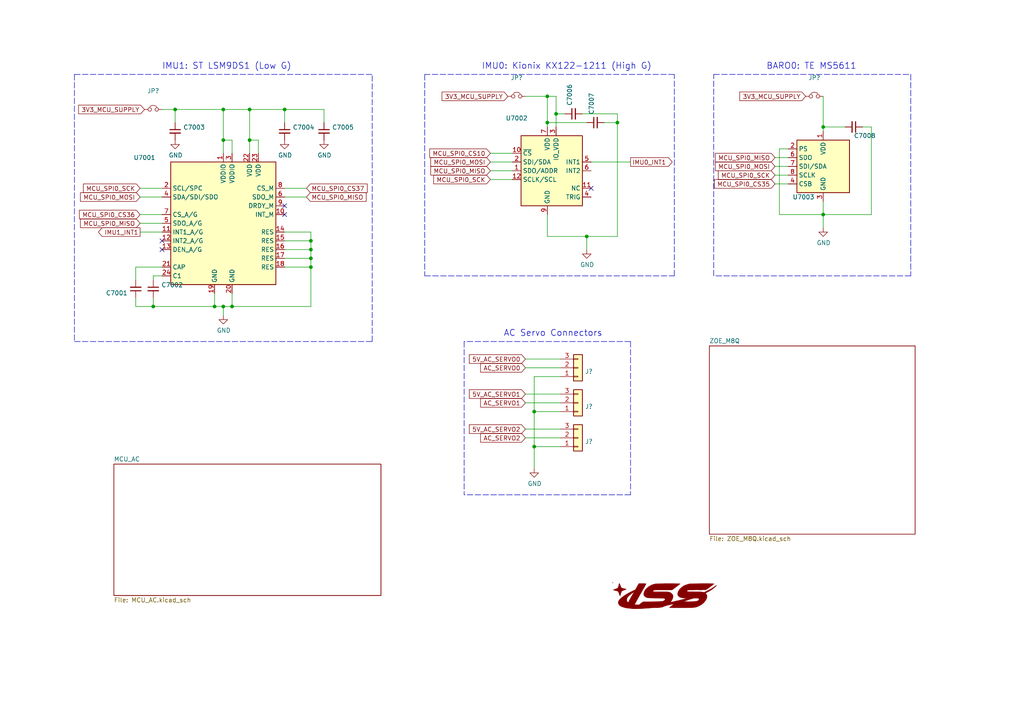
<source format=kicad_sch>
(kicad_sch (version 20211123) (generator eeschema)
  (paper "A4")
  (title_block (title "TARS-MK1") (company "ILLINOIS SPACE SOCIETY"))
  (lib_symbols
    (symbol "Connector_Generic:Conn_01x03" (pin_names (offset 1.016) hide)
      (property "Reference" "J" (at 0 5.08 0))
      (property "Value" "Conn_01x03" (at 0 -5.08 0))
      (symbol "Conn_01x03_1_1"
        (rectangle (start -1.27 -2.413) (end 0 -2.667) (stroke (width 0.1524)))
        (rectangle (start -1.27 0.127) (end 0 -0.127) (stroke (width 0.1524)))
        (rectangle (start -1.27 2.667) (end 0 2.413) (stroke (width 0.1524)))
        (rectangle (start -1.27 3.81) (end 1.27 -3.81) (stroke (width 0.254)) (fill (type background)))
        (pin passive line (at -5.08 2.54 0) (length 3.81) (name "Pin_1") (number "1"))
        (pin passive line (at -5.08 0 0) (length 3.81) (name "Pin_2") (number "2"))
        (pin passive line (at -5.08 -2.54 0) (length 3.81) (name "Pin_3") (number "3"))
      )
    )
    (symbol "Device:C_Small" (pin_numbers hide) (pin_names (offset 0.254) hide)
      (property "Reference" "C" (at 0.254 1.778 0))
      (property "Value" "C_Small" (at 0.254 -2.032 0))
      (symbol "C_Small_0_1"
        (polyline (pts (xy -1.524 -0.508) (xy 1.524 -0.508)) (stroke (width 0.3302)))
        (polyline (pts (xy -1.524 0.508) (xy 1.524 0.508)) (stroke (width 0.3048)))
      )
      (symbol "C_Small_1_1"
        (pin passive line (at 0 2.54 270) (length 2.032) (name "~") (number "1"))
        (pin passive line (at 0 -2.54 90) (length 2.032) (name "~") (number "2"))
      )
    )
    (symbol "ISS_LOGO:LOGO" (pin_names (offset 1.016))
      (symbol "LOGO_0_0"
        (polyline (pts (xy -15.2654 3.6322) (xy -15.2654 3.8354) (xy -15.2908 3.8608) (xy -15.3162 3.7338) (xy -15.3162 3.6068) (xy -15.2654 3.6322)) (stroke (width 0.0254)) (fill (type outline)))
        (polyline (pts (xy -13.081 0.2032) (xy -12.954 0.6096) (xy -12.8778 0.9144) (xy -12.7762 1.1176) (xy -12.6746 1.27) (xy -12.5476 1.3462) (xy -12.3698 1.4224) (xy -12.1158 1.524) (xy -11.7348 1.651) (xy -11.5316 1.7272) (xy -11.43 1.7526) (xy -11.43 1.778) (xy -11.5062 1.8542) (xy -11.684 1.9304) (xy -11.938 1.9812) (xy -12.2174 2.0574) (xy -12.5222 2.1082) (xy -12.7254 2.2098) (xy -12.8778 2.3368) (xy -12.9794 2.54) (xy -13.081 2.8448) (xy -13.1318 2.921) (xy -13.2334 3.2258) (xy -13.3858 3.5306) (xy -13.4112 3.5052) (xy -13.4874 3.3782) (xy -13.5382 3.1496) (xy -13.6906 2.54) (xy -13.7668 2.3114) (xy -13.8684 2.1844) (xy -13.9954 2.0828) (xy -14.1986 2.0066) (xy -14.478 1.905) (xy -14.605 1.8542) (xy -14.8844 1.7526) (xy -15.0876 1.651) (xy -15.1638 1.6002) (xy -15.1384 1.6002) (xy -15.0114 1.5494) (xy -14.7828 1.4732) (xy -14.4526 1.397) (xy -13.7668 1.2192) (xy -13.5636 0.762) (xy -13.4874 0.5588) (xy -13.3858 0.2794) (xy -13.2842 0.0508) (xy -13.1826 -0.2032) (xy -13.081 0.2032)) (stroke (width 0.0254)) (fill (type outline)))
        (polyline (pts (xy -8.0264 -3.8354) (xy -7.3152 -3.81) (xy -6.5786 -3.7846) (xy -5.8166 -3.7338) (xy -5.1054 -3.683) (xy -4.826 -3.6576) (xy -4.2418 -3.6068) (xy -3.6322 -3.5814) (xy -3.0988 -3.556) (xy -2.3368 -3.556) (xy -1.5494 -3.4798) (xy -0.889 -3.3528) (xy -0.3556 -3.1242) (xy -0.1778 -3.0734) (xy 0.127 -2.9718) (xy 0.508 -2.8702) (xy 0.9398 -2.7686) (xy 0.9906 -2.7432) (xy 1.5494 -2.6162) (xy 2.1844 -2.4892) (xy 2.3114 -2.4892) (xy 2.3114 -2.54) (xy 2.2352 -2.6162) (xy 2.0574 -2.7686) (xy 1.778 -2.9464) (xy 1.5748 -3.1242) (xy 1.3208 -3.3274) (xy 1.1684 -3.4544) (xy 1.1176 -3.5306) (xy 1.6256 -3.5306) (xy 2.0574 -3.556) (xy 6.2738 -3.556) (xy 6.9342 -3.5306) (xy 7.4676 -3.5306) (xy 7.9248 -3.5052) (xy 8.2804 -3.4798) (xy 8.5852 -3.429) (xy 8.8392 -3.3782) (xy 9.0678 -3.302) (xy 9.3218 -3.2258) (xy 9.5504 -3.0988) (xy 9.8298 -2.9718) (xy 10.0076 -2.8956) (xy 10.5664 -2.54) (xy 11.049 -2.1336) (xy 11.43 -1.6764) (xy 11.7602 -1.2192) (xy 11.938 -0.762) (xy 12.0396 -0.3302) (xy 11.9888 0.0762) (xy 11.811 0.4064) (xy 11.5824 0.6858) (xy 12.1158 0.9398) (xy 12.2682 1.016) (xy 13.0556 1.4732) (xy 13.7414 1.9558) (xy 14.3256 2.4384) (xy 14.605 2.7178) (xy 14.7574 2.8956) (xy 14.8082 2.9718) (xy 14.7828 2.9718) (xy 14.6558 2.8956) (xy 14.4272 2.7686) (xy 14.1478 2.5654) (xy 14.097 2.5146) (xy 13.7414 2.286) (xy 13.3096 2.0066) (xy 12.827 1.7272) (xy 12.3444 1.4986) (xy 11.2014 0.9144) (xy 10.7188 1.016) (xy 10.6172 1.016) (xy 10.3378 1.0414) (xy 9.906 1.0668) (xy 9.398 1.0922) (xy 8.2296 1.0922) (xy 7.8994 1.1176) (xy 6.9088 1.1176) (xy 6.5532 1.143) (xy 6.3246 1.143) (xy 6.223 1.1684) (xy 6.223 1.27) (xy 6.2992 1.4224) (xy 6.3754 1.4986) (xy 6.4516 1.5494) (xy 6.5532 1.5748) (xy 6.7056 1.5748) (xy 6.9596 1.6002) (xy 8.3312 1.6002) (xy 9.0678 1.6256) (xy 9.7536 1.6002) (xy 10.3378 1.6002) (xy 10.8204 1.6256) (xy 11.2014 1.6256) (xy 11.4808 1.651) (xy 11.7348 1.7018) (xy 11.938 1.778) (xy 12.1158 1.905) (xy 12.319 2.032) (xy 12.573 2.2352) (xy 13.081 2.6162) (xy 13.4112 2.8702) (xy 13.6652 3.048) (xy 13.8176 3.175) (xy 13.843 3.2004) (xy 13.9954 3.3274) (xy 14.0462 3.4036) (xy 14.0462 3.429) (xy 13.8938 3.429) (xy 13.6144 3.4544) (xy 13.208 3.4544) (xy 12.7254 3.4798) (xy 10.16 3.4798) (xy 9.4996 3.4544) (xy 8.8646 3.4544) (xy 8.255 3.429) (xy 7.747 3.429) (xy 7.3152 3.4036) (xy 6.985 3.3782) (xy 6.8072 3.3528) (xy 5.9944 3.1242) (xy 5.207 2.7686) (xy 4.572 2.3114) (xy 4.0386 1.778) (xy 3.683 1.1684) (xy 3.5306 0.762) (xy 3.4798 0.381) (xy 3.556 0.0762) (xy 3.7338 -0.1778) (xy 4.0132 -0.4064) (xy 4.3688 -0.5842) (xy 4.826 -0.6858) (xy 5.461 -0.762) (xy 6.2992 -0.8128) (xy 5.588 -0.9906) (xy 5.4102 -1.0414) (xy 5.08 -1.1176) (xy 4.6482 -1.2192) (xy 4.1656 -1.3462) (xy 3.6576 -1.4732) (xy 3.1496 -1.5748) (xy 2.6416 -1.7018) (xy 2.54 -1.7272) (xy 5.334 -1.7272) (xy 5.3594 -1.6764) (xy 5.461 -1.651) (xy 6.0706 -1.4478) (xy 6.7056 -1.2446) (xy 7.1882 -1.0668) (xy 7.5946 -0.9652) (xy 7.9248 -0.8636) (xy 8.1534 -0.8128) (xy 8.382 -0.7874) (xy 8.5598 -0.762) (xy 9.0678 -0.762) (xy 9.4488 -0.8128) (xy 9.652 -0.9398) (xy 9.7282 -1.0922) (xy 9.7028 -1.1938) (xy 9.5504 -1.397) (xy 9.2456 -1.5748) (xy 8.89 -1.6764) (xy 8.8646 -1.6764) (xy 8.6614 -1.7018) (xy 8.3058 -1.7272) (xy 7.8486 -1.7526) (xy 7.3406 -1.7526) (xy 6.7818 -1.778) (xy 6.223 -1.7526) (xy 5.5372 -1.7526) (xy 5.3848 -1.7272) (xy 5.334 -1.7272) (xy 2.54 -1.7272) (xy 2.2098 -1.8034) (xy 1.8542 -1.8796) (xy 1.6256 -1.9304) (xy 1.4986 -1.9304) (xy 1.4986 -1.905) (xy 1.6002 -1.7272) (xy 1.7272 -1.524) (xy 1.9304 -1.1684) (xy 2.1336 -0.6604) (xy 2.1844 -0.2032) (xy 2.0828 0.2286) (xy 1.8034 0.5588) (xy 1.397 0.8382) (xy 1.3208 0.889) (xy 1.0668 0.9906) (xy 0.9144 1.016) (xy 0.6858 1.0414) (xy 0.4064 1.0668) (xy -0.4826 1.0668) (xy -1.143 1.0922) (xy -3.048 1.0922) (xy -3.3274 1.1176) (xy -3.4544 1.1176) (xy -3.6068 1.143) (xy -3.6322 1.27) (xy -3.5052 1.4478) (xy -3.4544 1.4986) (xy -3.3782 1.524) (xy -3.2766 1.5494) (xy -3.0988 1.5748) (xy -2.8702 1.6002) (xy 1.8796 1.6002) (xy 2.54 2.0828) (xy 2.6162 2.159) (xy 3.3782 2.7178) (xy 3.7084 2.9718) (xy 3.7592 2.9972) (xy 3.9878 3.2004) (xy 4.1656 3.3274) (xy 4.2164 3.4036) (xy 4.2164 3.429) (xy 4.0894 3.429) (xy 3.81 3.4544) (xy 2.8956 3.4544) (xy 2.286 3.4798) (xy -0.1016 3.4798) (xy -0.889 3.4544) (xy -1.5494 3.4544) (xy -2.0828 3.429) (xy -2.54 3.4036) (xy -2.921 3.3782) (xy -3.2512 3.302) (xy -3.5052 3.2512) (xy -3.7846 3.1496) (xy -4.0386 3.048) (xy -4.3434 2.8956) (xy -4.9784 2.5146) (xy -5.4864 2.0828) (xy -5.9182 1.6002) (xy -6.1976 1.0922) (xy -6.3246 0.5588) (xy -6.3246 0.2794) (xy -6.2484 -0.0254) (xy -6.0198 -0.2794) (xy -5.6388 -0.5334) (xy -5.5626 -0.5588) (xy -5.3086 -0.6604) (xy -5.1308 -0.6858) (xy -4.8768 -0.7112) (xy -4.5466 -0.7112) (xy -4.1148 -0.7366) (xy -3.5306 -0.7366) (xy -2.8194 -0.762) (xy -2.159 -0.762) (xy -1.5748 -0.7874) (xy -1.1176 -0.7874) (xy -0.762 -0.8128) (xy -0.5334 -0.8382) (xy -0.381 -0.8636) (xy -0.2794 -0.889) (xy -0.2032 -0.9398) (xy -0.1778 -0.9652) (xy -0.127 -1.0922) (xy -0.1778 -1.2446) (xy -0.381 -1.4478) (xy -0.5842 -1.5748) (xy -0.6604 -1.6002) (xy -0.762 -1.651) (xy -0.9144 -1.6764) (xy -1.143 -1.7018) (xy -1.4224 -1.7272) (xy -1.8034 -1.7272) (xy -2.3114 -1.7526) (xy -2.9464 -1.7526) (xy -3.7338 -1.778) (xy -6.5532 -1.8288) (xy -7.1374 -2.2606) (xy -7.7216 -2.7178) (xy -8.3058 -2.6924) (xy -8.6106 -2.667) (xy -8.8392 -2.6416) (xy -8.9408 -2.6162) (xy -8.9408 -2.5908) (xy -8.9154 -2.5146) (xy -8.8646 -2.413) (xy -8.763 -2.2352) (xy -8.636 -1.9812) (xy -8.4582 -1.651) (xy -8.2296 -1.2446) (xy -7.9248 -0.7112) (xy -7.5946 -0.1016) (xy -7.1628 0.635) (xy -6.6802 1.4986) (xy -6.096 2.5146) (xy -5.9182 2.8448) (xy -5.7658 3.1242) (xy -5.6896 3.3274) (xy -5.6642 3.429) (xy -5.7658 3.4544) (xy -5.9944 3.4544) (xy -6.3246 3.4798) (xy -7.747 3.4798) (xy -8.255 2.5908) (xy -8.763 1.6764) (xy -9.9568 1.1176) (xy -10.541 0.8128) (xy -11.3284 0.381) (xy -12.0142 -0.0762) (xy -12.6238 -0.508) (xy -13.081 -0.9144) (xy -13.3858 -1.2446) (xy -11.2522 -1.2446) (xy -11.2268 -1.016) (xy -11.0998 -0.635) (xy -10.795 -0.254) (xy -10.3632 0.1524) (xy -9.779 0.5842) (xy -9.6266 0.6858) (xy -9.3726 0.8636) (xy -9.2202 0.9144) (xy -9.1694 0.9144) (xy -9.3218 0.6604) (xy -9.4742 0.4318) (xy -9.6774 0.1016) (xy -9.8806 -0.254) (xy -10.0584 -0.5588) (xy -10.2616 -0.9652) (xy -10.4648 -1.3208) (xy -10.5918 -1.6002) (xy -10.8458 -2.032) (xy -11.1252 -1.7526) (xy -11.2268 -1.524) (xy -11.2522 -1.2446) (xy -13.3858 -1.2446) (xy -13.4366 -1.2954) (xy -13.6398 -1.651) (xy -13.6906 -1.778) (xy -13.716 -2.2098) (xy -13.589 -2.5654) (xy -13.3096 -2.8956) (xy -12.8778 -3.175) (xy -12.2682 -3.4036) (xy -11.5062 -3.6068) (xy -10.5664 -3.7338) (xy -9.4742 -3.8354) (xy -9.144 -3.8608) (xy -8.636 -3.8608) (xy -8.0264 -3.8354)) (stroke (width 0.0254)) (fill (type outline)))
      )
    )
    (symbol "Sensor_Motion:KX122-1042"
      (property "Reference" "U" (at -5.08 11.43 0))
      (property "Value" "KX122-1042" (at 3.81 11.43 0))
      (symbol "KX122-1042_0_1"
        (rectangle (start -7.62 10.16) (end 10.16 -10.16) (stroke (width 0.254)) (fill (type background)))
      )
      (symbol "KX122-1042_1_1"
        (pin bidirectional line (at -10.16 0 0) (length 2.54) (name "SDO/ADDR") (number "1"))
        (pin input line (at -10.16 5.08 0) (length 2.54) (name "~{CS}") (number "10"))
        (pin passive line (at 12.7 -5.08 180) (length 2.54) (name "NC") (number "11"))
        (pin input line (at -10.16 -2.54 0) (length 2.54) (name "SCLK/SCL") (number "12"))
        (pin bidirectional line (at -10.16 2.54 0) (length 2.54) (name "SDI/SDA") (number "2"))
        (pin power_in line (at 2.54 12.7 270) (length 2.54) (name "IO_VDD") (number "3"))
        (pin input line (at 12.7 -7.62 180) (length 2.54) (name "TRIG") (number "4"))
        (pin output line (at 12.7 2.54 180) (length 2.54) (name "INT1") (number "5"))
        (pin output line (at 12.7 0 180) (length 2.54) (name "INT2") (number "6"))
        (pin power_in line (at 0 12.7 270) (length 2.54) (name "VDD") (number "7"))
        (pin power_in line (at 0 -12.7 90) (length 2.54) (name "GND") (number "9"))
      )
    )
    (symbol "Sensor_Motion:LSM9DS1"
      (property "Reference" "U" (at -15.24 21.59 0))
      (property "Value" "LSM9DS1" (at -15.24 19.05 0))
      (symbol "LSM9DS1_0_1"
        (rectangle (start -15.24 17.78) (end 15.24 -17.78) (stroke (width 0.254)) (fill (type background)))
      )
      (symbol "LSM9DS1_1_1"
        (pin power_in line (at 0 20.32 270) (length 2.54) (name "VDDIO") (number "1"))
        (pin output line (at 17.78 2.54 180) (length 2.54) (name "INT_M") (number "10"))
        (pin output line (at -17.78 -2.54 0) (length 2.54) (name "INT1_A/G") (number "11"))
        (pin output line (at -17.78 -5.08 0) (length 2.54) (name "INT2_A/G") (number "12"))
        (pin input line (at -17.78 -7.62 0) (length 2.54) (name "DEN_A/G") (number "13"))
        (pin bidirectional line (at 17.78 -2.54 180) (length 2.54) (name "RES") (number "14"))
        (pin bidirectional line (at 17.78 -5.08 180) (length 2.54) (name "RES") (number "15"))
        (pin bidirectional line (at 17.78 -7.62 180) (length 2.54) (name "RES") (number "16"))
        (pin bidirectional line (at 17.78 -10.16 180) (length 2.54) (name "RES") (number "17"))
        (pin bidirectional line (at 17.78 -12.7 180) (length 2.54) (name "RES") (number "18"))
        (pin power_in line (at -2.54 -20.32 90) (length 2.54) (name "GND") (number "19"))
        (pin input line (at -17.78 10.16 0) (length 2.54) (name "SCL/SPC") (number "2"))
        (pin power_in line (at 2.54 -20.32 90) (length 2.54) (name "GND") (number "20"))
        (pin passive line (at -17.78 -12.7 0) (length 2.54) (name "CAP") (number "21"))
        (pin power_in line (at 7.62 20.32 270) (length 2.54) (name "VDD") (number "22"))
        (pin power_in line (at 10.16 20.32 270) (length 2.54) (name "VDD") (number "23"))
        (pin passive line (at -17.78 -15.24 0) (length 2.54) (name "C1") (number "24"))
        (pin power_in line (at 2.54 20.32 270) (length 2.54) (name "VDDIO") (number "3"))
        (pin bidirectional line (at -17.78 7.62 0) (length 2.54) (name "SDA/SDI/SDO") (number "4"))
        (pin output line (at -17.78 0 0) (length 2.54) (name "SDO_A/G") (number "5"))
        (pin output line (at 17.78 7.62 180) (length 2.54) (name "SDO_M") (number "6"))
        (pin input line (at -17.78 2.54 0) (length 2.54) (name "CS_A/G") (number "7"))
        (pin input line (at 17.78 10.16 180) (length 2.54) (name "CS_M") (number "8"))
        (pin output line (at 17.78 5.08 180) (length 2.54) (name "DRDY_M") (number "9"))
      )
    )
    (symbol "Sensor_Pressure:MS5611-01BA"
      (property "Reference" "U" (at -6.35 8.89 0))
      (property "Value" "MS5611-01BA" (at 7.62 8.89 0))
      (symbol "MS5611-01BA_0_1"
        (rectangle (start -7.62 7.62) (end 7.62 -7.62) (stroke (width 0.254)) (fill (type background)))
      )
      (symbol "MS5611-01BA_1_1"
        (pin power_in line (at 0 10.16 270) (length 2.54) (name "VDD") (number "1"))
        (pin input line (at -10.16 5.08 0) (length 2.54) (name "PS") (number "2"))
        (pin power_in line (at 0 -10.16 90) (length 2.54) (name "GND") (number "3"))
        (pin input line (at -10.16 -5.08 0) (length 2.54) (name "CSB") (number "4"))
        (pin input line (at -10.16 -5.08 0) (length 2.54) hide (name "CSB") (number "5"))
        (pin output line (at -10.16 2.54 0) (length 2.54) (name "SDO") (number "6"))
        (pin bidirectional line (at -10.16 0 0) (length 2.54) (name "SDI/SDA") (number "7"))
        (pin input line (at -10.16 -2.54 0) (length 2.54) (name "SCLK") (number "8"))
      )
    )
    (symbol "TARS-MK1-rescue:Jumper_NC_Small-Device" (pin_numbers hide) (pin_names (offset 0.762) hide)
      (property "Reference" "JP" (at 0 2.032 0))
      (property "Value" "Jumper_NC_Small-Device" (at 0.254 -1.524 0))
      (symbol "Jumper_NC_Small-Device_0_1"
        (circle (center -1.016 0) (radius 0.508))
        (circle (center 1.016 0) (radius 0.508))
        (arc (start 1.016 0.762) (mid 0 1.1828) (end -1.016 0.762))
        (pin passive line (at -2.54 0 0) (length 1.016) (name "1") (number "1"))
        (pin passive line (at 2.54 0 180) (length 1.016) (name "2") (number "2"))
      )
    )
    (symbol "power:GND" (power) (pin_names (offset 0))
      (property "Value" "GND" (at 0 -3.81 0))
      (symbol "GND_0_1"
        (polyline (pts (xy 0 0) (xy 0 -1.27) (xy 1.27 -1.27) (xy 0 -2.54) (xy -1.27 -1.27) (xy 0 -1.27)))
      )
      (symbol "GND_1_1"
        (pin power_in line (at 0 0 270) (length 0) hide (name "GND") (number "1"))
      )
    )
  )
  (junction (at 62.23 88.9))
  (junction (at 72.39 31.75))
  (junction (at 179.07 35.56))
  (junction (at 44.45 88.9))
  (junction (at 64.77 40.64))
  (junction (at 161.29 33.02))
  (junction (at 90.17 77.47))
  (junction (at 158.75 27.94))
  (junction (at 50.8 31.75))
  (junction (at 154.94 119.38))
  (junction (at 90.17 72.39))
  (junction (at 170.18 68.58))
  (junction (at 64.77 31.75))
  (junction (at 72.39 40.64))
  (junction (at 82.55 31.75))
  (junction (at 67.31 88.9))
  (junction (at 238.76 36.83))
  (junction (at 238.76 62.23))
  (junction (at 90.17 69.85))
  (junction (at 158.75 35.56))
  (junction (at 90.17 74.93))
  (junction (at 154.94 129.54))
  (junction (at 64.77 88.9))
  (no_connect (at 46.99 72.39))
  (no_connect (at 171.45 54.61))
  (no_connect (at 46.99 69.85))
  (no_connect (at 82.55 59.69))
  (no_connect (at 82.55 62.23))
  (wire (pts (xy 158.75 35.56) (xy 170.18 35.56)))
  (wire (pts (xy 224.79 45.72) (xy 228.6 45.72)))
  (wire (pts (xy 179.07 33.02) (xy 179.07 35.56)))
  (polyline (pts (xy 195.58 80.01) (xy 195.58 21.59)))
  (wire (pts (xy 88.9 54.61) (xy 82.55 54.61)))
  (wire (pts (xy 39.37 77.47) (xy 46.99 77.47)))
  (wire (pts (xy 88.9 57.15) (xy 82.55 57.15)))
  (wire (pts (xy 44.45 80.01) (xy 44.45 81.28)))
  (polyline (pts (xy 264.16 21.59) (xy 264.16 80.01)))
  (wire (pts (xy 161.29 27.94) (xy 158.75 27.94)))
  (wire (pts (xy 224.79 53.34) (xy 228.6 53.34)))
  (wire (pts (xy 90.17 77.47) (xy 82.55 77.47)))
  (wire (pts (xy 168.91 33.02) (xy 179.07 33.02)))
  (wire (pts (xy 224.79 48.26) (xy 228.6 48.26)))
  (polyline (pts (xy 195.58 21.59) (xy 123.19 21.59)))
  (polyline (pts (xy 123.19 21.59) (xy 123.19 80.01)))
  (polyline (pts (xy 21.59 21.59) (xy 107.95 21.59)))
  (wire (pts (xy 152.4 114.3) (xy 162.56 114.3)))
  (wire (pts (xy 93.98 35.56) (xy 93.98 31.75)))
  (wire (pts (xy 238.76 27.94) (xy 238.76 36.83)))
  (wire (pts (xy 44.45 86.36) (xy 44.45 88.9)))
  (wire (pts (xy 74.93 40.64) (xy 74.93 44.45)))
  (wire (pts (xy 90.17 74.93) (xy 90.17 77.47)))
  (wire (pts (xy 64.77 40.64) (xy 67.31 40.64)))
  (wire (pts (xy 179.07 35.56) (xy 175.26 35.56)))
  (wire (pts (xy 72.39 31.75) (xy 82.55 31.75)))
  (wire (pts (xy 162.56 119.38) (xy 154.94 119.38)))
  (wire (pts (xy 46.99 57.15) (xy 40.64 57.15)))
  (wire (pts (xy 64.77 31.75) (xy 72.39 31.75)))
  (wire (pts (xy 226.06 43.18) (xy 226.06 62.23)))
  (wire (pts (xy 152.4 124.46) (xy 162.56 124.46)))
  (wire (pts (xy 152.4 116.84) (xy 162.56 116.84)))
  (polyline (pts (xy 182.88 99.06) (xy 182.88 143.51)))
  (wire (pts (xy 46.99 80.01) (xy 44.45 80.01)))
  (polyline (pts (xy 123.19 80.01) (xy 195.58 80.01)))
  (wire (pts (xy 154.94 129.54) (xy 154.94 135.89)))
  (wire (pts (xy 64.77 40.64) (xy 64.77 31.75)))
  (wire (pts (xy 72.39 40.64) (xy 74.93 40.64)))
  (polyline (pts (xy 182.88 143.51) (xy 134.62 143.51)))
  (wire (pts (xy 40.64 62.23) (xy 46.99 62.23)))
  (wire (pts (xy 158.75 68.58) (xy 170.18 68.58)))
  (wire (pts (xy 44.45 88.9) (xy 62.23 88.9)))
  (wire (pts (xy 161.29 33.02) (xy 161.29 36.83)))
  (wire (pts (xy 50.8 31.75) (xy 64.77 31.75)))
  (wire (pts (xy 161.29 33.02) (xy 161.29 27.94)))
  (wire (pts (xy 46.99 64.77) (xy 40.64 64.77)))
  (wire (pts (xy 238.76 36.83) (xy 238.76 38.1)))
  (wire (pts (xy 82.55 67.31) (xy 90.17 67.31)))
  (wire (pts (xy 162.56 109.22) (xy 154.94 109.22)))
  (wire (pts (xy 148.59 46.99) (xy 142.24 46.99)))
  (wire (pts (xy 142.24 49.53) (xy 148.59 49.53)))
  (wire (pts (xy 226.06 62.23) (xy 238.76 62.23)))
  (wire (pts (xy 82.55 35.56) (xy 82.55 31.75)))
  (wire (pts (xy 142.24 44.45) (xy 148.59 44.45)))
  (wire (pts (xy 148.59 52.07) (xy 142.24 52.07)))
  (wire (pts (xy 238.76 58.42) (xy 238.76 62.23)))
  (wire (pts (xy 62.23 85.09) (xy 62.23 88.9)))
  (wire (pts (xy 90.17 69.85) (xy 90.17 72.39)))
  (wire (pts (xy 67.31 85.09) (xy 67.31 88.9)))
  (wire (pts (xy 90.17 67.31) (xy 90.17 69.85)))
  (wire (pts (xy 72.39 40.64) (xy 72.39 31.75)))
  (wire (pts (xy 162.56 106.68) (xy 152.4 106.68)))
  (wire (pts (xy 90.17 72.39) (xy 82.55 72.39)))
  (wire (pts (xy 163.83 33.02) (xy 161.29 33.02)))
  (wire (pts (xy 170.18 72.39) (xy 170.18 68.58)))
  (polyline (pts (xy 134.62 99.06) (xy 134.62 143.51)))
  (wire (pts (xy 158.75 27.94) (xy 152.4 27.94)))
  (polyline (pts (xy 207.01 21.59) (xy 264.16 21.59)))
  (polyline (pts (xy 107.95 99.06) (xy 107.95 21.59)))
  (wire (pts (xy 82.55 31.75) (xy 93.98 31.75)))
  (wire (pts (xy 50.8 35.56) (xy 50.8 31.75)))
  (wire (pts (xy 182.88 46.99) (xy 171.45 46.99)))
  (wire (pts (xy 238.76 62.23) (xy 238.76 66.04)))
  (wire (pts (xy 40.64 54.61) (xy 46.99 54.61)))
  (wire (pts (xy 72.39 40.64) (xy 72.39 44.45)))
  (wire (pts (xy 154.94 119.38) (xy 154.94 129.54)))
  (wire (pts (xy 39.37 88.9) (xy 39.37 86.36)))
  (wire (pts (xy 64.77 91.44) (xy 64.77 88.9)))
  (wire (pts (xy 252.73 36.83) (xy 252.73 62.23)))
  (wire (pts (xy 67.31 88.9) (xy 90.17 88.9)))
  (wire (pts (xy 170.18 68.58) (xy 179.07 68.58)))
  (wire (pts (xy 158.75 35.56) (xy 158.75 36.83)))
  (wire (pts (xy 44.45 88.9) (xy 39.37 88.9)))
  (wire (pts (xy 90.17 77.47) (xy 90.17 88.9)))
  (wire (pts (xy 152.4 127) (xy 162.56 127)))
  (wire (pts (xy 224.79 50.8) (xy 228.6 50.8)))
  (wire (pts (xy 90.17 69.85) (xy 82.55 69.85)))
  (polyline (pts (xy 21.59 21.59) (xy 21.59 99.06)))
  (wire (pts (xy 250.19 36.83) (xy 252.73 36.83)))
  (wire (pts (xy 179.07 68.58) (xy 179.07 35.56)))
  (wire (pts (xy 46.99 31.75) (xy 50.8 31.75)))
  (wire (pts (xy 64.77 44.45) (xy 64.77 40.64)))
  (wire (pts (xy 90.17 74.93) (xy 82.55 74.93)))
  (wire (pts (xy 158.75 27.94) (xy 158.75 35.56)))
  (polyline (pts (xy 182.88 99.06) (xy 134.62 99.06)))
  (wire (pts (xy 158.75 62.23) (xy 158.75 68.58)))
  (wire (pts (xy 238.76 62.23) (xy 252.73 62.23)))
  (wire (pts (xy 154.94 109.22) (xy 154.94 119.38)))
  (wire (pts (xy 67.31 40.64) (xy 67.31 44.45)))
  (wire (pts (xy 226.06 43.18) (xy 228.6 43.18)))
  (wire (pts (xy 238.76 36.83) (xy 245.11 36.83)))
  (wire (pts (xy 64.77 88.9) (xy 67.31 88.9)))
  (wire (pts (xy 152.4 104.14) (xy 162.56 104.14)))
  (polyline (pts (xy 264.16 80.01) (xy 207.01 80.01)))
  (wire (pts (xy 162.56 129.54) (xy 154.94 129.54)))
  (wire (pts (xy 90.17 72.39) (xy 90.17 74.93)))
  (wire (pts (xy 39.37 81.28) (xy 39.37 77.47)))
  (wire (pts (xy 40.64 67.31) (xy 46.99 67.31)))
  (wire (pts (xy 62.23 88.9) (xy 64.77 88.9)))
  (polyline (pts (xy 207.01 80.01) (xy 207.01 21.59)))
  (polyline (pts (xy 21.59 99.06) (xy 107.95 99.06)))
  (text "IMU0: Kionix KX122-1211 (High G)" (at 139.7 20.32 0) (effects (font (size 1.8034 1.8034)) (justify left bottom)))
  (text "AC Servo Connectors" (at 146.05 97.79 0) (effects (font (size 1.8034 1.8034)) (justify left bottom)))
  (text "BARO0: TE MS5611" (at 222.25 20.32 0) (effects (font (size 1.8034 1.8034)) (justify left bottom)))
  (text "IMU1: ST LSM9DS1 (Low G)" (at 46.99 20.32 0) (effects (font (size 1.8034 1.8034)) (justify left bottom)))
  (global_label "IMU1_INT1" (shape output) (at 40.64 67.31 180) (property "Intersheet References" "${INTERSHEET_REFS}" (effects hide)))
  (global_label "MCU_SPI0_CS37" (shape input) (at 88.9 54.61 0) (property "Intersheet References" "${INTERSHEET_REFS}" (effects hide)))
  (global_label "MCU_SPI0_SCK" (shape input) (at 40.64 54.61 180) (property "Intersheet References" "${INTERSHEET_REFS}" (effects hide)))
  (global_label "MCU_SPI0_MISO" (shape input) (at 224.79 45.72 180) (property "Intersheet References" "${INTERSHEET_REFS}" (effects hide)))
  (global_label "3V3_MCU_SUPPLY" (shape input) (at 41.91 31.75 180) (property "Intersheet References" "${INTERSHEET_REFS}" (effects hide)))
  (global_label "3V3_MCU_SUPPLY" (shape input) (at 233.68 27.94 180) (property "Intersheet References" "${INTERSHEET_REFS}" (effects hide)))
  (global_label "AC_SERVO0" (shape input) (at 152.4 106.68 180) (property "Intersheet References" "${INTERSHEET_REFS}" (effects hide)))
  (global_label "AC_SERVO1" (shape input) (at 152.4 116.84 180) (property "Intersheet References" "${INTERSHEET_REFS}" (effects hide)))
  (global_label "5V_AC_SERVO0" (shape input) (at 152.4 104.14 180) (property "Intersheet References" "${INTERSHEET_REFS}" (effects hide)))
  (global_label "MCU_SPI0_MISO" (shape input) (at 142.24 49.53 180) (property "Intersheet References" "${INTERSHEET_REFS}" (effects hide)))
  (global_label "3V3_MCU_SUPPLY" (shape input) (at 147.32 27.94 180) (property "Intersheet References" "${INTERSHEET_REFS}" (effects hide)))
  (global_label "AC_SERVO2" (shape input) (at 152.4 127 180) (property "Intersheet References" "${INTERSHEET_REFS}" (effects hide)))
  (global_label "MCU_SPI0_SCK" (shape input) (at 224.79 50.8 180) (property "Intersheet References" "${INTERSHEET_REFS}" (effects hide)))
  (global_label "MCU_SPI0_CS36" (shape input) (at 40.64 62.23 180) (property "Intersheet References" "${INTERSHEET_REFS}" (effects hide)))
  (global_label "MCU_SPI0_MOSI" (shape input) (at 224.79 48.26 180) (property "Intersheet References" "${INTERSHEET_REFS}" (effects hide)))
  (global_label "5V_AC_SERVO1" (shape input) (at 152.4 114.3 180) (property "Intersheet References" "${INTERSHEET_REFS}" (effects hide)))
  (global_label "5V_AC_SERVO2" (shape input) (at 152.4 124.46 180) (property "Intersheet References" "${INTERSHEET_REFS}" (effects hide)))
  (global_label "MCU_SPI0_CS35" (shape input) (at 224.79 53.34 180) (property "Intersheet References" "${INTERSHEET_REFS}" (effects hide)))
  (global_label "MCU_SPI0_MISO" (shape input) (at 40.64 64.77 180) (property "Intersheet References" "${INTERSHEET_REFS}" (effects hide)))
  (global_label "MCU_SPI0_MOSI" (shape input) (at 40.64 57.15 180) (property "Intersheet References" "${INTERSHEET_REFS}" (effects hide)))
  (global_label "MCU_SPI0_MISO" (shape input) (at 88.9 57.15 0) (property "Intersheet References" "${INTERSHEET_REFS}" (effects hide)))
  (global_label "MCU_SPI0_CS10" (shape input) (at 142.24 44.45 180) (property "Intersheet References" "${INTERSHEET_REFS}" (effects hide)))
  (global_label "IMU0_INT1" (shape output) (at 182.88 46.99 0) (property "Intersheet References" "${INTERSHEET_REFS}" (effects hide)))
  (global_label "MCU_SPI0_MOSI" (shape input) (at 142.24 46.99 180) (property "Intersheet References" "${INTERSHEET_REFS}" (effects hide)))
  (global_label "MCU_SPI0_SCK" (shape input) (at 142.24 52.07 180) (property "Intersheet References" "${INTERSHEET_REFS}" (effects hide)))
  (symbol (lib_id "ISS_LOGO:LOGO") (at 193.04 172.72 0) (unit 1)
    (property "Reference" "#G7001" (effects hide))
  )
  (symbol (lib_id "Sensor_Motion:LSM9DS1") (at 64.77 64.77 0) (unit 1)
    (property "Reference" "U7001" (at 41.91 45.72 0))
    (property "Datasheet" "http://www.st.com/content/ccc/resource/technical/document/datasheet/1e/3f/2a/d6/25/eb/48/46/DM00103319.pdf/files/DM00103319.pdf/jcr:content/translations/en.DM00103319.pdf" (effects hide))
  )
  (symbol (lib_id "Device:C_Small") (at 93.98 38.1 0) (unit 1)
    (property "Reference" "C7005" (at 96.3168 36.9316 0) (effects (justify left)))
  )
  (symbol (lib_id "Device:C_Small") (at 82.55 38.1 0) (unit 1)
    (property "Reference" "C7004" (at 84.8868 36.9316 0) (effects (justify left)))
  )
  (symbol (lib_id "power:GND") (at 82.55 40.64 0) (unit 1)
    (property "Reference" "#PWR07003" (effects hide))
  )
  (symbol (lib_id "power:GND") (at 93.98 40.64 0) (unit 1)
    (property "Reference" "#PWR07004" (effects hide))
  )
  (symbol (lib_id "Device:C_Small") (at 44.45 83.82 0) (unit 1)
    (property "Reference" "C7002" (at 46.7868 82.6516 0) (effects (justify left)))
  )
  (symbol (lib_id "Device:C_Small") (at 39.37 83.82 180) (unit 1)
    (property "Reference" "C7001" (at 37.0332 84.9884 0) (effects (justify left)))
  )
  (symbol (lib_id "power:GND") (at 64.77 91.44 0) (unit 1)
    (property "Reference" "#PWR07002" (effects hide))
  )
  (symbol (lib_id "Device:C_Small") (at 50.8 38.1 0) (unit 1)
    (property "Reference" "C7003" (at 53.1368 36.9316 0) (effects (justify left)))
  )
  (symbol (lib_id "power:GND") (at 50.8 40.64 0) (unit 1)
    (property "Reference" "#PWR07001" (effects hide))
  )
  (symbol (lib_id "Sensor_Pressure:MS5611-01BA") (at 238.76 48.26 0) (unit 1)
    (property "Reference" "U7003" (at 229.87 57.15 0) (effects (justify left)))
    (property "Datasheet" "https://www.te.com/commerce/DocumentDelivery/DDEController?Action=srchrtrv&DocNm=MS5611-01BA03&DocType=Data+Sheet&DocLang=English" (effects hide))
  )
  (symbol (lib_id "Device:C_Small") (at 172.72 35.56 90) (unit 1)
    (property "Reference" "C7007" (at 171.5516 33.2232 0) (effects (justify left)))
  )
  (symbol (lib_id "Device:C_Small") (at 166.37 33.02 90) (unit 1)
    (property "Reference" "C7006" (at 165.2016 30.6832 0) (effects (justify left)))
  )
  (symbol (lib_id "Device:C_Small") (at 247.65 36.83 270) (mirror x) (unit 1)
    (property "Reference" "C7008" (at 247.65 39.37 90) (effects (justify left)))
  )
  (symbol (lib_id "power:GND") (at 170.18 72.39 0) (unit 1)
    (property "Reference" "#PWR07005" (effects hide))
  )
  (symbol (lib_id "power:GND") (at 238.76 66.04 0) (unit 1)
    (property "Reference" "#PWR07006" (effects hide))
  )
  (symbol (lib_id "Connector_Generic:Conn_01x03") (at 167.64 106.68 0) (mirror x) (unit 1)
    (property "Reference" "J?" (at 169.672 107.7468 0) (effects (justify left)))
  )
  (symbol (lib_id "Connector_Generic:Conn_01x03") (at 167.64 116.84 0) (mirror x) (unit 1)
    (property "Reference" "J?" (at 169.672 117.9068 0) (effects (justify left)))
  )
  (symbol (lib_id "power:GND") (at 154.94 135.89 0) (unit 1)
    (property "Reference" "#PWR?" (effects hide))
  )
  (symbol (lib_id "Connector_Generic:Conn_01x03") (at 167.64 127 0) (mirror x) (unit 1)
    (property "Reference" "J?" (at 169.672 128.0668 0) (effects (justify left)))
  )
  (symbol (lib_id "TARS-MK1-rescue:Jumper_NC_Small-Device") (at 44.45 31.75 0) (unit 1)
    (property "Reference" "JP?" (at 44.45 26.3652 0))
  )
  (symbol (lib_id "TARS-MK1-rescue:Jumper_NC_Small-Device") (at 149.86 27.94 0) (unit 1)
    (property "Reference" "JP?" (at 149.86 22.5552 0))
  )
  (symbol (lib_id "TARS-MK1-rescue:Jumper_NC_Small-Device") (at 236.22 27.94 0) (unit 1)
    (property "Reference" "JP?" (at 236.22 22.5552 0))
  )
  (symbol (lib_id "Sensor_Motion:KX122-1042") (at 158.75 49.53 0) (unit 1)
    (property "Reference" "U7002" (at 149.86 34.29 0))
    (property "Datasheet" "http://kionixfs.kionix.com/en/datasheet/KX112-1042-Specifications-Rev-6.0.pdf" (effects hide))
  )
  (sheet (at 33.02 134.62) (size 77.47 38.1)
    (property "Sheet name" "MCU_AC" (at 33.02 133.9084 0) (effects (justify left bottom)))
    (property "Sheet file" "MCU_AC.kicad_sch" (at 33.02 173.3046 0) (effects (justify left top)))
  )
  (sheet (at 205.74 100.33) (size 59.69 54.61)
    (property "Sheet name" "ZOE_M8Q" (at 205.74 99.6184 0) (effects (justify left bottom)))
    (property "Sheet file" "ZOE_M8Q.kicad_sch" (at 205.74 155.5246 0) (effects (justify left top)))
  )
)
</source>
